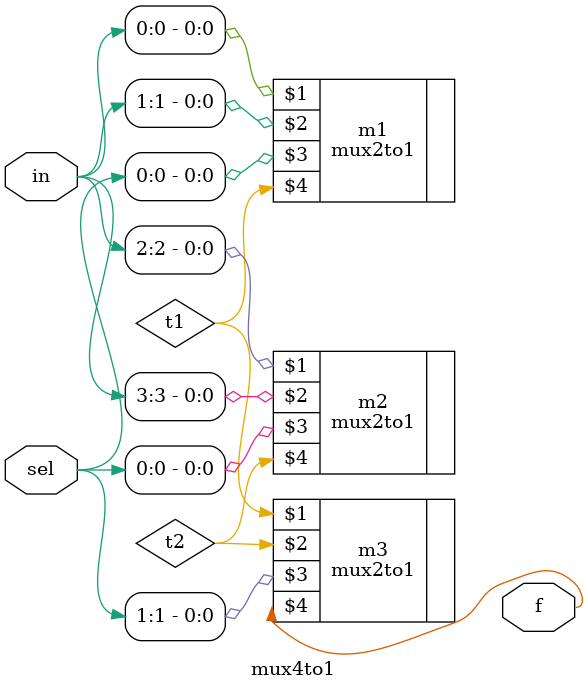
<source format=v>
module mux4to1(in,sel,f);
input [3:0]in;
input [1:0]sel;
output f;
wire t1,t2;

mux2to1 m1(in[0],in[1],sel[0],t1);
mux2to1 m2(in[2],in[3],sel[0],t2);
mux2to1 m3(t1,t2,sel[1],f);


endmodule
</source>
